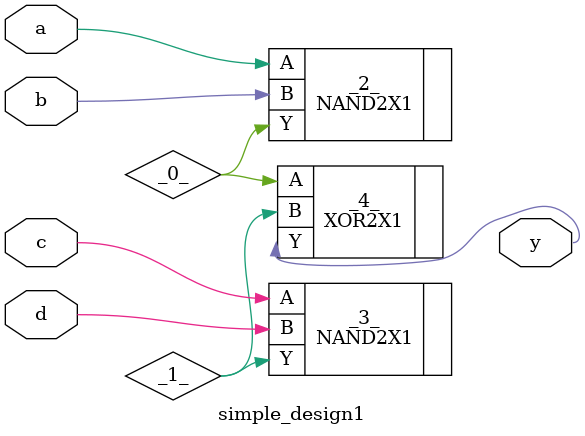
<source format=v>
/* Generated by Yosys 0.7+169 (git sha1 3bbac5c, clang 3.4-1ubuntu3 -fPIC -Os) */

(* src = "mydesign.v:3" *)
module simple_design1(a, b, c, d, y);
  wire _0_;
  wire _1_;
  (* src = "mydesign.v:4" *)
  input a;
  (* src = "mydesign.v:4" *)
  input b;
  (* src = "mydesign.v:4" *)
  input c;
  (* src = "mydesign.v:4" *)
  input d;
  (* src = "mydesign.v:5" *)
  output y;
  NAND2X1 _2_ (
    .A(a),
    .B(b),
    .Y(_0_)
  );
  NAND2X1 _3_ (
    .A(c),
    .B(d),
    .Y(_1_)
  );
  XOR2X1 _4_ (
    .A(_0_),
    .B(_1_),
    .Y(y)
  );
endmodule

</source>
